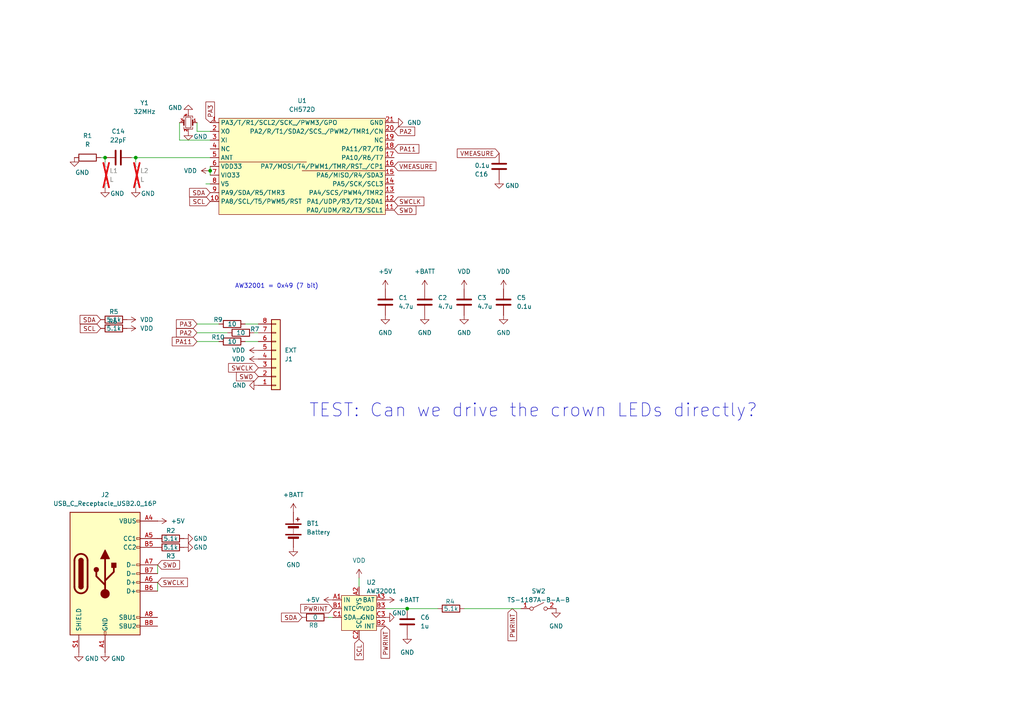
<source format=kicad_sch>
(kicad_sch (version 20250114) (generator "eeschema") (generator_version "9.0")
  (paper "A4")
  (lib_symbols
    (symbol "Connector:USB_C_Receptacle_USB2.0_16P" (pin_names (offset 1.016))
      (property "Reference" "J" (at 0 22.225 0))
      (property "Value" "USB_C_Receptacle_USB2.0_16P" (at 0 19.685 0))
      (symbol "USB_C_Receptacle_USB2.0_16P_0_0"
        (rectangle (start -0.254 -17.78) (end 0.254 -16.764))
        (rectangle (start 10.16 15.494) (end 9.144 14.986))
        (rectangle (start 10.16 10.414) (end 9.144 9.906))
        (rectangle (start 10.16 7.874) (end 9.144 7.366))
        (rectangle (start 10.16 2.794) (end 9.144 2.286))
        (rectangle (start 10.16 0.254) (end 9.144 -0.254))
        (rectangle (start 10.16 -2.286) (end 9.144 -2.794))
        (rectangle (start 10.16 -4.826) (end 9.144 -5.334))
        (rectangle (start 10.16 -12.446) (end 9.144 -12.954))
        (rectangle (start 10.16 -14.986) (end 9.144 -15.494))
      )
      (symbol "USB_C_Receptacle_USB2.0_16P_0_1"
        (rectangle (start -10.16 17.78) (end 10.16 -17.78) (stroke (width 0.254)) (fill (type background)))
        (polyline (pts (xy -8.89 -3.81) (xy -8.89 3.81)) (stroke (width 0.508)))
        (rectangle (start -7.62 -3.81) (end -6.35 3.81) (stroke (width 0.254)) (fill (type outline)))
        (arc (start -7.62 3.81) (mid -6.985 4.4423) (end -6.35 3.81) (stroke (width 0.254)))
        (arc (start -7.62 3.81) (mid -6.985 4.4423) (end -6.35 3.81) (stroke (width 0.254)) (fill (type outline)))
        (arc (start -8.89 3.81) (mid -6.985 5.7067) (end -5.08 3.81) (stroke (width 0.508)))
        (arc (start -5.08 -3.81) (mid -6.985 -5.7067) (end -8.89 -3.81) (stroke (width 0.508)))
        (arc (start -6.35 -3.81) (mid -6.985 -4.4423) (end -7.62 -3.81) (stroke (width 0.254)))
        (arc (start -6.35 -3.81) (mid -6.985 -4.4423) (end -7.62 -3.81) (stroke (width 0.254)) (fill (type outline)))
        (polyline (pts (xy -5.08 3.81) (xy -5.08 -3.81)) (stroke (width 0.508)))
        (circle (center -2.54 1.143) (radius 0.635) (stroke (width 0.254)) (fill (type outline)))
        (polyline (pts (xy -1.27 4.318) (xy 0 6.858) (xy 1.27 4.318) (xy -1.27 4.318)) (stroke (width 0.254)) (fill (type outline)))
        (polyline (pts (xy 0 -2.032) (xy 2.54 0.508) (xy 2.54 1.778)) (stroke (width 0.508)))
        (polyline (pts (xy 0 -3.302) (xy -2.54 -0.762) (xy -2.54 0.508)) (stroke (width 0.508)))
        (polyline (pts (xy 0 -5.842) (xy 0 4.318)) (stroke (width 0.508)))
        (circle (center 0 -5.842) (radius 1.27) (fill (type outline)))
        (rectangle (start 1.905 1.778) (end 3.175 3.048) (stroke (width 0.254)) (fill (type outline)))
      )
      (symbol "USB_C_Receptacle_USB2.0_16P_1_1"
        (pin passive line (at -7.62 -22.86 90) (length 5.08) (name "SHIELD") (number "S1"))
        (pin passive line (at 0 -22.86 90) (length 5.08) (name "GND") (number "A1"))
        (pin passive line (at 0 -22.86 90) (length 5.08) (hide yes) (name "GND") (number "A12"))
        (pin passive line (at 0 -22.86 90) (length 5.08) (hide yes) (name "GND") (number "B1"))
        (pin passive line (at 0 -22.86 90) (length 5.08) (hide yes) (name "GND") (number "B12"))
        (pin passive line (at 15.24 15.24 180) (length 5.08) (name "VBUS") (number "A4"))
        (pin passive line (at 15.24 15.24 180) (length 5.08) (hide yes) (name "VBUS") (number "A9"))
        (pin passive line (at 15.24 15.24 180) (length 5.08) (hide yes) (name "VBUS") (number "B4"))
        (pin passive line (at 15.24 15.24 180) (length 5.08) (hide yes) (name "VBUS") (number "B9"))
        (pin bidirectional line (at 15.24 10.16 180) (length 5.08) (name "CC1") (number "A5"))
        (pin bidirectional line (at 15.24 7.62 180) (length 5.08) (name "CC2") (number "B5"))
        (pin bidirectional line (at 15.24 2.54 180) (length 5.08) (name "D-") (number "A7"))
        (pin bidirectional line (at 15.24 0 180) (length 5.08) (name "D-") (number "B7"))
        (pin bidirectional line (at 15.24 -2.54 180) (length 5.08) (name "D+") (number "A6"))
        (pin bidirectional line (at 15.24 -5.08 180) (length 5.08) (name "D+") (number "B6"))
        (pin bidirectional line (at 15.24 -12.7 180) (length 5.08) (name "SBU1") (number "A8"))
        (pin bidirectional line (at 15.24 -15.24 180) (length 5.08) (name "SBU2") (number "B8"))
      )
    )
    (symbol "Connector_Generic:Conn_01x08" (pin_names (offset 1.016) (hide yes))
      (property "Reference" "J" (at 0 10.16 0))
      (property "Value" "Conn_01x08" (at 0 -12.7 0))
      (symbol "Conn_01x08_1_1"
        (rectangle (start -1.27 8.89) (end 1.27 -11.43) (stroke (width 0.254)) (fill (type background)))
        (rectangle (start -1.27 7.747) (end 0 7.493) (stroke (width 0.1524)))
        (rectangle (start -1.27 5.207) (end 0 4.953) (stroke (width 0.1524)))
        (rectangle (start -1.27 2.667) (end 0 2.413) (stroke (width 0.1524)))
        (rectangle (start -1.27 0.127) (end 0 -0.127) (stroke (width 0.1524)))
        (rectangle (start -1.27 -2.413) (end 0 -2.667) (stroke (width 0.1524)))
        (rectangle (start -1.27 -4.953) (end 0 -5.207) (stroke (width 0.1524)))
        (rectangle (start -1.27 -7.493) (end 0 -7.747) (stroke (width 0.1524)))
        (rectangle (start -1.27 -10.033) (end 0 -10.287) (stroke (width 0.1524)))
        (pin passive line (at -5.08 7.62 0) (length 3.81) (name "Pin_1") (number "1"))
        (pin passive line (at -5.08 5.08 0) (length 3.81) (name "Pin_2") (number "2"))
        (pin passive line (at -5.08 2.54 0) (length 3.81) (name "Pin_3") (number "3"))
        (pin passive line (at -5.08 0 0) (length 3.81) (name "Pin_4") (number "4"))
        (pin passive line (at -5.08 -2.54 0) (length 3.81) (name "Pin_5") (number "5"))
        (pin passive line (at -5.08 -5.08 0) (length 3.81) (name "Pin_6") (number "6"))
        (pin passive line (at -5.08 -7.62 0) (length 3.81) (name "Pin_7") (number "7"))
        (pin passive line (at -5.08 -10.16 0) (length 3.81) (name "Pin_8") (number "8"))
      )
    )
    (symbol "Device:Battery" (pin_numbers (hide yes)) (pin_names (offset 0) (hide yes))
      (property "Reference" "BT" (at 2.54 2.54 0))
      (property "Value" "Battery" (at 2.54 0 0))
      (symbol "Battery_0_1"
        (rectangle (start -2.286 1.778) (end 2.286 1.524) (fill (type outline)))
        (rectangle (start -2.286 -1.27) (end 2.286 -1.524) (fill (type outline)))
        (rectangle (start -1.524 1.016) (end 1.524 0.508) (fill (type outline)))
        (rectangle (start -1.524 -2.032) (end 1.524 -2.54) (fill (type outline)))
        (polyline (pts (xy 0 1.778) (xy 0 2.54)))
        (polyline (pts (xy 0 0) (xy 0 0.254)))
        (polyline (pts (xy 0 -0.508) (xy 0 -0.254)))
        (polyline (pts (xy 0 -1.016) (xy 0 -0.762)))
        (polyline (pts (xy 0.762 3.048) (xy 1.778 3.048)) (stroke (width 0.254)))
        (polyline (pts (xy 1.27 3.556) (xy 1.27 2.54)) (stroke (width 0.254)))
      )
      (symbol "Battery_1_1"
        (pin passive line (at 0 5.08 270) (length 2.54) (name "+") (number "1"))
        (pin passive line (at 0 -5.08 90) (length 2.54) (name "-") (number "2"))
      )
    )
    (symbol "Device:C" (pin_numbers (hide yes)) (pin_names (offset 0.254))
      (property "Reference" "C" (at 0.635 2.54 0))
      (property "Value" "C" (at 0.635 -2.54 0))
      (symbol "C_0_1"
        (polyline (pts (xy -2.032 0.762) (xy 2.032 0.762)) (stroke (width 0.508)))
        (polyline (pts (xy -2.032 -0.762) (xy 2.032 -0.762)) (stroke (width 0.508)))
      )
      (symbol "C_1_1"
        (pin passive line (at 0 3.81 270) (length 2.794) (name "~") (number "1"))
        (pin passive line (at 0 -3.81 90) (length 2.794) (name "~") (number "2"))
      )
    )
    (symbol "Device:Crystal_GND24_Small" (pin_names (offset 1.016) (hide yes))
      (property "Reference" "Y" (at 1.27 4.445 0))
      (property "Value" "Crystal_GND24_Small" (at 1.27 2.54 0))
      (symbol "Crystal_GND24_Small_0_1"
        (polyline (pts (xy -1.27 1.27) (xy -1.27 1.905) (xy 1.27 1.905) (xy 1.27 1.27)))
        (polyline (pts (xy -1.27 -0.762) (xy -1.27 0.762)) (stroke (width 0.381)))
        (polyline (pts (xy -1.27 -1.27) (xy -1.27 -1.905) (xy 1.27 -1.905) (xy 1.27 -1.27)))
        (rectangle (start -0.762 -1.524) (end 0.762 1.524))
        (polyline (pts (xy 1.27 -0.762) (xy 1.27 0.762)) (stroke (width 0.381)))
      )
      (symbol "Crystal_GND24_Small_1_1"
        (pin passive line (at -2.54 0 0) (length 1.27) (name "1") (number "1"))
        (pin passive line (at 0 2.54 270) (length 0.635) (name "4") (number "4"))
        (pin passive line (at 0 -2.54 90) (length 0.635) (name "2") (number "2"))
        (pin passive line (at 2.54 0 180) (length 1.27) (name "3") (number "3"))
      )
    )
    (symbol "Device:L" (pin_numbers (hide yes)) (pin_names (offset 1.016) (hide yes))
      (property "Reference" "L" (at -1.27 0 90))
      (property "Value" "L" (at 1.905 0 90))
      (symbol "L_0_1"
        (arc (start 0 2.54) (mid 0.6323 1.905) (end 0 1.27))
        (arc (start 0 1.27) (mid 0.6323 0.635) (end 0 0))
        (arc (start 0 0) (mid 0.6323 -0.635) (end 0 -1.27))
        (arc (start 0 -1.27) (mid 0.6323 -1.905) (end 0 -2.54))
      )
      (symbol "L_1_1"
        (pin passive line (at 0 3.81 270) (length 1.27) (name "1") (number "1"))
        (pin passive line (at 0 -3.81 90) (length 1.27) (name "2") (number "2"))
      )
    )
    (symbol "Device:R" (pin_numbers (hide yes)) (pin_names (offset 0))
      (property "Reference" "R" (at 2.032 0 90))
      (property "Value" "R" (at 0 0 90))
      (symbol "R_0_1"
        (rectangle (start -1.016 -2.54) (end 1.016 2.54) (stroke (width 0.254)))
      )
      (symbol "R_1_1"
        (pin passive line (at 0 3.81 270) (length 1.27) (name "~") (number "1"))
        (pin passive line (at 0 -3.81 90) (length 1.27) (name "~") (number "2"))
      )
    )
    (symbol "Switch:SW_SPST" (pin_names (offset 0) (hide yes))
      (property "Reference" "SW" (at 0 3.175 0))
      (property "Value" "SW_SPST" (at 0 -2.54 0))
      (symbol "SW_SPST_0_0"
        (circle (center -2.032 0) (radius 0.508))
        (polyline (pts (xy -1.524 0.254) (xy 1.524 1.778)))
        (circle (center 2.032 0) (radius 0.508))
      )
      (symbol "SW_SPST_1_1"
        (pin passive line (at -5.08 0 0) (length 2.54) (name "A") (number "1"))
        (pin passive line (at 5.08 0 180) (length 2.54) (name "B") (number "2"))
      )
    )
    (symbol "cnhardware:AW32001E-BMS"
      (property "Reference" "U" (at -3.302 -5.08 0))
      (symbol "AW32001E-BMS_1_1"
        (rectangle (start -5.08 3.81) (end 5.08 -6.35) (fill (type background)))
        (pin bidirectional line (at -7.62 2.54 0) (length 2.54) (name "IN") (number "A1"))
        (pin bidirectional line (at -7.62 0 0) (length 2.54) (name "NTC") (number "B1"))
        (pin bidirectional line (at -7.62 -2.54 0) (length 2.54) (name "SDA") (number "C1"))
        (pin bidirectional line (at 0 6.35 270) (length 2.54) (name "SYS") (number "A2"))
        (pin bidirectional line (at 0 -8.89 90) (length 2.54) (name "SCL") (number "C2"))
        (pin bidirectional line (at 7.62 2.54 180) (length 2.54) (name "BAT") (number "A3"))
        (pin bidirectional line (at 7.62 0 180) (length 2.54) (name "VDD") (number "B3"))
        (pin bidirectional line (at 7.62 -2.54 180) (length 2.54) (name "GND") (number "C3"))
        (pin bidirectional line (at 7.62 -5.08 180) (length 2.54) (name "INT") (number "B2"))
      )
    )
    (symbol "cnhardware:CH570D"
      (property "Reference" "U" (at -2.286 -0.508 0))
      (property "Value" "CH570D" (at -4.318 -4.572 0))
      (symbol "CH570D_0_1"
        (rectangle (start -24.13 -1.27) (end 1.27 -1.27))
        (rectangle (start 24.13 -3.81) (end 0 -3.81))
      )
      (symbol "CH570D_1_1"
        (rectangle (start -24.13 11.43) (end 24.13 -16.51) (fill (type background)))
        (pin bidirectional line (at -26.67 10.16 0) (length 2.54) (name "PA3/T/R1/SCL2/SCK_/PWM3/GPO") (number "1"))
        (pin bidirectional line (at -26.67 7.62 0) (length 2.54) (name "XO") (number "2"))
        (pin bidirectional line (at -26.67 5.08 0) (length 2.54) (name "XI") (number "3"))
        (pin bidirectional line (at -26.67 2.54 0) (length 2.54) (name "NC") (number "4"))
        (pin bidirectional line (at -26.67 0 0) (length 2.54) (name "ANT") (number "5"))
        (pin bidirectional line (at -26.67 -2.54 0) (length 2.54) (name "VDD33") (number "6"))
        (pin bidirectional line (at -26.67 -5.08 0) (length 2.54) (name "VIO33") (number "7"))
        (pin bidirectional line (at -26.67 -7.62 0) (length 2.54) (name "V5") (number "8"))
        (pin bidirectional line (at -26.67 -10.16 0) (length 2.54) (name "PA9/SDA/R5/TMR3") (number "9"))
        (pin bidirectional line (at -26.67 -12.7 0) (length 2.54) (name "PA8/SCL/T5/PWM5/RST") (number "10"))
        (pin bidirectional line (at 26.67 10.16 180) (length 2.54) (name "GND") (number "21"))
        (pin bidirectional line (at 26.67 7.62 180) (length 2.54) (name "PA2/R/T1/SDA2/SCS_/PWM2/TMR1/CN") (number "20"))
        (pin bidirectional line (at 26.67 5.08 180) (length 2.54) (name "NC") (number "19"))
        (pin bidirectional line (at 26.67 2.54 180) (length 2.54) (name "PA11/R7/T6") (number "18"))
        (pin bidirectional line (at 26.67 0 180) (length 2.54) (name "PA10/R6/T7") (number "17"))
        (pin bidirectional line (at 26.67 -2.54 180) (length 2.54) (name "PA7/MOSI/T4/PWM1/TMR/RST_/CP1") (number "16"))
        (pin bidirectional line (at 26.67 -5.08 180) (length 2.54) (name "PA6/MISO/R4/SDA3") (number "15"))
        (pin bidirectional line (at 26.67 -7.62 180) (length 2.54) (name "PA5/SCK/SCL3") (number "14"))
        (pin bidirectional line (at 26.67 -10.16 180) (length 2.54) (name "PA4/SCS/PWM4/TMR2") (number "13"))
        (pin bidirectional line (at 26.67 -12.7 180) (length 2.54) (name "PA1/UDP/R3/T2/SDA1") (number "12"))
        (pin bidirectional line (at 26.67 -15.24 180) (length 2.54) (name "PA0/UDM/R2/T3/SCL1") (number "11"))
      )
    )
    (symbol "power:+5V" (power) (pin_numbers (hide yes)) (pin_names (offset 0) (hide yes))
      (property "Value" "+5V" (at 0 3.556 0))
      (symbol "+5V_0_1"
        (polyline (pts (xy -0.762 1.27) (xy 0 2.54)))
        (polyline (pts (xy 0 2.54) (xy 0.762 1.27)))
        (polyline (pts (xy 0 0) (xy 0 2.54)))
      )
      (symbol "+5V_1_1"
        (pin power_in line (at 0 0 90) (length 0) (name "~") (number "1"))
      )
    )
    (symbol "power:+BATT" (power) (pin_numbers (hide yes)) (pin_names (offset 0) (hide yes))
      (property "Value" "+BATT" (at 0 3.556 0))
      (symbol "+BATT_0_1"
        (polyline (pts (xy -0.762 1.27) (xy 0 2.54)))
        (polyline (pts (xy 0 2.54) (xy 0.762 1.27)))
        (polyline (pts (xy 0 0) (xy 0 2.54)))
      )
      (symbol "+BATT_1_1"
        (pin power_in line (at 0 0 90) (length 0) (name "~") (number "1"))
      )
    )
    (symbol "power:GND" (power) (pin_numbers (hide yes)) (pin_names (offset 0) (hide yes))
      (property "Value" "GND" (at 0 -3.81 0))
      (symbol "GND_0_1"
        (polyline (pts (xy 0 0) (xy 0 -1.27) (xy 1.27 -1.27) (xy 0 -2.54) (xy -1.27 -1.27) (xy 0 -1.27)))
      )
      (symbol "GND_1_1"
        (pin power_in line (at 0 0 270) (length 0) (name "~") (number "1"))
      )
    )
    (symbol "power:VDD" (power) (pin_names (offset 0))
      (property "Value" "VDD" (at 0 3.81 0))
      (symbol "VDD_0_1"
        (polyline (pts (xy -0.762 1.27) (xy 0 2.54)))
        (polyline (pts (xy 0 2.54) (xy 0.762 1.27)))
        (polyline (pts (xy 0 0) (xy 0 2.54)))
      )
      (symbol "VDD_1_1"
        (pin power_in line (at 0 0 90) (length 0) (hide yes) (name "VDD") (number "1"))
      )
    )
  )
  (text "AW32001 = 0x49 (7 bit)" (at 80.264 83.058 0) (effects (font (size 1.27 1.27))))
  (text "TEST: Can we drive the crown LEDs directly?" (at 154.686 119.126 0) (effects (font (size 3.81 3.81))))
  (junction (at 39.37 45.72))
  (junction (at 30.48 45.72))
  (junction (at 118.11 176.53))
  (junction (at 60.96 49.53))
  (wire (pts (xy 45.72 163.83) (xy 45.72 166.37)))
  (wire (pts (xy 104.14 167.64) (xy 104.14 170.18)))
  (wire (pts (xy 95.25 179.07) (xy 96.52 179.07)))
  (wire (pts (xy 39.37 46.99) (xy 39.37 45.72)))
  (wire (pts (xy 57.15 93.98) (xy 63.5 93.98)))
  (wire (pts (xy 59.69 53.34) (xy 60.96 53.34)))
  (wire (pts (xy 118.11 176.53) (xy 127 176.53)))
  (wire (pts (xy 38.1 45.72) (xy 39.37 45.72)))
  (wire (pts (xy 57.15 99.06) (xy 63.5 99.06)))
  (wire (pts (xy 134.62 176.53) (xy 151.13 176.53)))
  (wire (pts (xy 39.37 45.72) (xy 60.96 45.72)))
  (wire (pts (xy 118.11 176.53) (xy 111.76 176.53)))
  (wire (pts (xy 57.15 96.52) (xy 66.04 96.52)))
  (wire (pts (xy 60.96 49.53) (xy 60.96 50.8)))
  (wire (pts (xy 71.12 93.98) (xy 74.93 93.98)))
  (wire (pts (xy 60.96 40.64) (xy 52.07 40.64)))
  (wire (pts (xy 52.07 40.64) (xy 52.07 35.56)))
  (wire (pts (xy 57.15 35.56) (xy 57.15 38.1)))
  (wire (pts (xy 60.96 48.26) (xy 60.96 49.53)))
  (wire (pts (xy 71.12 99.06) (xy 74.93 99.06)))
  (wire (pts (xy 45.72 168.91) (xy 45.72 171.45)))
  (wire (pts (xy 57.15 38.1) (xy 60.96 38.1)))
  (wire (pts (xy 30.48 46.99) (xy 30.48 45.72)))
  (wire (pts (xy 73.66 96.52) (xy 74.93 96.52)))
  (wire (pts (xy 30.48 45.72) (xy 29.21 45.72)))
  (global_label "SWCLK" (shape input) (at 45.72 168.91 0) (property "Intersheetrefs" "${INTERSHEET_REFS}" (effects (hide yes))))
  (global_label "VMEASURE" (shape input) (at 144.78 44.45 180) (property "Intersheetrefs" "${INTERSHEET_REFS}" (effects (hide yes))))
  (global_label "SCL" (shape input) (at 29.21 95.25 180) (property "Intersheetrefs" "${INTERSHEET_REFS}" (effects (hide yes))))
  (global_label "SWD" (shape input) (at 114.3 60.96 0) (property "Intersheetrefs" "${INTERSHEET_REFS}" (effects (hide yes))))
  (global_label "PA3" (shape input) (at 57.15 93.98 180) (property "Intersheetrefs" "${INTERSHEET_REFS}" (effects (hide yes))))
  (global_label "SWD" (shape input) (at 74.93 109.22 180) (property "Intersheetrefs" "${INTERSHEET_REFS}" (effects (hide yes))))
  (global_label "SWCLK" (shape input) (at 114.3 58.42 0) (property "Intersheetrefs" "${INTERSHEET_REFS}" (effects (hide yes))))
  (global_label "PWRINT" (shape input) (at 111.76 181.61 270) (property "Intersheetrefs" "${INTERSHEET_REFS}" (effects (hide yes))))
  (global_label "SWD" (shape input) (at 45.72 163.83 0) (property "Intersheetrefs" "${INTERSHEET_REFS}" (effects (hide yes))))
  (global_label "PA11" (shape input) (at 57.15 99.06 180) (property "Intersheetrefs" "${INTERSHEET_REFS}" (effects (hide yes))))
  (global_label "PWRINT" (shape input) (at 96.52 176.53 180) (property "Intersheetrefs" "${INTERSHEET_REFS}" (effects (hide yes))))
  (global_label "PA3" (shape input) (at 60.96 35.56 90) (property "Intersheetrefs" "${INTERSHEET_REFS}" (effects (hide yes))))
  (global_label "PWRINT" (shape input) (at 148.59 176.53 270) (property "Intersheetrefs" "${INTERSHEET_REFS}" (effects (hide yes))))
  (global_label "SWCLK" (shape input) (at 74.93 106.68 180) (property "Intersheetrefs" "${INTERSHEET_REFS}" (effects (hide yes))))
  (global_label "PA2" (shape input) (at 57.15 96.52 180) (property "Intersheetrefs" "${INTERSHEET_REFS}" (effects (hide yes))))
  (global_label "SDA" (shape input) (at 87.63 179.07 180) (property "Intersheetrefs" "${INTERSHEET_REFS}" (effects (hide yes))))
  (global_label "PA2" (shape input) (at 114.3 38.1 0) (property "Intersheetrefs" "${INTERSHEET_REFS}" (effects (hide yes))))
  (global_label "SCL" (shape input) (at 104.14 185.42 270) (property "Intersheetrefs" "${INTERSHEET_REFS}" (effects (hide yes))))
  (global_label "PA11" (shape input) (at 114.3 43.18 0) (property "Intersheetrefs" "${INTERSHEET_REFS}" (effects (hide yes))))
  (global_label "SCL" (shape input) (at 60.96 58.42 180) (property "Intersheetrefs" "${INTERSHEET_REFS}" (effects (hide yes))))
  (global_label "SDA" (shape input) (at 29.21 92.71 180) (property "Intersheetrefs" "${INTERSHEET_REFS}" (effects (hide yes))))
  (global_label "VMEASURE" (shape input) (at 114.3 48.26 0) (property "Intersheetrefs" "${INTERSHEET_REFS}" (effects (hide yes))))
  (global_label "SDA" (shape input) (at 60.96 55.88 180) (property "Intersheetrefs" "${INTERSHEET_REFS}" (effects (hide yes))))
  (symbol (lib_id "cnhardware:AW32001E-BMS") (at 104.14 176.53 0) (unit 1)
    (property "Reference" "U2" (at 106.2833 168.91 0) (effects (justify left)))
    (property "Value" "AW32001" (at 106.2833 171.45 0) (effects (justify left)))
    (property "Footprint" "cnhardware:WLCSP-9-P0.5mm" (effects (hide yes)))
    (property "LCSC" "C5125890" (effects (hide yes)))
  )
  (symbol (lib_id "power:GND") (at 118.11 184.15 0) (unit 1)
    (property "Reference" "#PWR025" (effects (hide yes)))
    (property "Value" "GND" (at 118.11 189.23 0))
    (property "Description" "Power symbol creates a global label with name \"GND\" , ground" (effects (hide yes)))
  )
  (symbol (lib_id "power:GND") (at 85.09 158.75 0) (unit 1)
    (property "Reference" "#PWR02" (effects (hide yes)))
    (property "Value" "GND" (at 85.09 163.83 0))
    (property "Description" "Power symbol creates a global label with name \"GND\" , ground" (effects (hide yes)))
  )
  (symbol (lib_id "power:GND") (at 144.78 52.07 0) (mirror y) (unit 1)
    (property "Reference" "#PWR019" (effects (hide yes)))
    (property "Value" "GND" (at 150.622 53.848 0) (effects (justify left)))
  )
  (symbol (lib_id "Device:R") (at 25.4 45.72 90) (unit 1)
    (property "Reference" "R1" (at 25.4 39.37 90))
    (property "Value" "R" (at 25.4 41.91 90))
    (property "Footprint" "RF_Antenna:Texas_SWRA117D_2.4GHz_Left" (effects (hide yes)))
    (property "Description" "Resistor" (effects (hide yes)))
  )
  (symbol (lib_id "power:GND") (at 22.86 189.23 0) (mirror y) (unit 1)
    (property "Reference" "#PWR012" (effects (hide yes)))
    (property "Value" "GND" (at 28.702 191.008 0) (effects (justify left)))
  )
  (symbol (lib_id "power:VDD") (at 36.83 95.25 270) (unit 1)
    (property "Reference" "#PWR029" (effects (hide yes)))
    (property "Value" "VDD" (at 40.64 95.2499 90) (effects (justify left)))
  )
  (symbol (lib_id "power:+BATT") (at 111.76 173.99 270) (unit 1)
    (property "Reference" "#PWR037" (effects (hide yes)))
    (property "Value" "+BATT" (at 115.57 173.9899 90) (effects (justify left)))
    (property "Description" "Power symbol creates a global label with name \"+BATT\"" (effects (hide yes)))
  )
  (symbol (lib_id "Device:C") (at 118.11 180.34 0) (unit 1)
    (property "Reference" "C6" (at 121.92 179.0699 0) (effects (justify left)))
    (property "Value" "1u" (at 121.92 181.6099 0) (effects (justify left)))
    (property "Footprint" "Capacitor_SMD:C_0402_1005Metric" (effects (hide yes)))
    (property "Description" "Unpolarized capacitor" (effects (hide yes)))
    (property "LCSC" "C52923" (effects (hide yes)))
  )
  (symbol (lib_id "Device:Crystal_GND24_Small") (at 54.61 35.56 0) (mirror y) (unit 1)
    (property "Reference" "Y1" (at 41.91 29.8382 0))
    (property "Value" "32MHz" (at 41.91 32.3782 0))
    (property "Footprint" "Crystal:Crystal_SMD_2016-4Pin_2.0x1.6mm" (effects (hide yes)))
    (property "Description" "Four pin crystal, GND on pins 2 and 4, small symbol" (effects (hide yes)))
    (property "LCSC" "C7294697" (effects (hide yes)))
  )
  (symbol (lib_id "power:+BATT") (at 85.09 148.59 0) (unit 1)
    (property "Reference" "#PWR035" (effects (hide yes)))
    (property "Value" "+BATT" (at 85.09 143.51 0))
    (property "Description" "Power symbol creates a global label with name \"+BATT\"" (effects (hide yes)))
  )
  (symbol (lib_id "power:GND") (at 111.76 91.44 0) (unit 1)
    (property "Reference" "#PWR024" (effects (hide yes)))
    (property "Value" "GND" (at 111.76 96.52 0))
    (property "Description" "Power symbol creates a global label with name \"GND\" , ground" (effects (hide yes)))
  )
  (symbol (lib_id "power:+5V") (at 111.76 83.82 0) (unit 1)
    (property "Reference" "#PWR030" (effects (hide yes)))
    (property "Value" "+5V" (at 111.76 78.74 0))
    (property "Description" "Power symbol creates a global label with name \"+5V\"" (effects (hide yes)))
  )
  (symbol (lib_id "Device:R") (at 49.53 158.75 90) (unit 1)
    (property "Reference" "R3" (at 49.53 161.29 90))
    (property "Value" "5.1k" (at 49.53 158.75 90))
    (property "Footprint" "Resistor_SMD:R_0402_1005Metric" (effects (hide yes)))
    (property "Description" "Resistor" (effects (hide yes)))
    (property "LCSC" "C25905" (effects (hide yes)))
  )
  (symbol (lib_id "power:GND") (at 111.76 179.07 90) (mirror x) (unit 1)
    (property "Reference" "#PWR016" (effects (hide yes)))
    (property "Value" "GND" (at 117.856 177.8 90) (effects (justify left)))
  )
  (symbol (lib_id "Device:C") (at 146.05 87.63 0) (unit 1)
    (property "Reference" "C5" (at 149.86 86.3599 0) (effects (justify left)))
    (property "Value" "0.1u" (at 149.86 88.8999 0) (effects (justify left)))
    (property "Footprint" "Capacitor_SMD:C_0402_1005Metric" (effects (hide yes)))
    (property "Description" "Unpolarized capacitor" (effects (hide yes)))
    (property "LCSC" "C307331" (effects (hide yes)))
  )
  (symbol (lib_id "power:GND") (at 53.34 156.21 90) (mirror x) (unit 1)
    (property "Reference" "#PWR015" (effects (hide yes)))
    (property "Value" "GND" (at 60.198 156.21 90) (effects (justify left)))
  )
  (symbol (lib_id "power:+5V") (at 96.52 173.99 90) (unit 1)
    (property "Reference" "#PWR031" (effects (hide yes)))
    (property "Value" "+5V" (at 92.71 173.9899 90) (effects (justify left)))
    (property "Description" "Power symbol creates a global label with name \"+5V\"" (effects (hide yes)))
  )
  (symbol (lib_id "Device:L") (at 30.48 50.8 0) (unit 1) (in_bom no) (dnp yes)
    (property "Reference" "L1" (at 31.75 49.5299 0) (effects (justify left)))
    (property "Value" "L" (at 31.75 52.0699 0) (effects (justify left)))
    (property "Footprint" "Inductor_SMD:L_0402_1005Metric" (effects (hide yes)))
    (property "Description" "Inductor" (effects (hide yes)))
  )
  (symbol (lib_id "power:VDD") (at 74.93 101.6 90) (unit 1)
    (property "Reference" "#PWR020" (effects (hide yes)))
    (property "Value" "VDD" (at 71.12 101.5999 90) (effects (justify left)))
  )
  (symbol (lib_id "Device:R") (at 49.53 156.21 90) (unit 1)
    (property "Reference" "R2" (at 49.53 153.924 90))
    (property "Value" "5.1k" (at 49.53 156.21 90))
    (property "Footprint" "Resistor_SMD:R_0402_1005Metric" (effects (hide yes)))
    (property "Description" "Resistor" (effects (hide yes)))
    (property "LCSC" "C25905" (effects (hide yes)))
  )
  (symbol (lib_id "Connector:USB_C_Receptacle_USB2.0_16P") (at 30.48 166.37 0) (unit 1)
    (property "Reference" "J2" (at 30.48 143.51 0))
    (property "Value" "USB_C_Receptacle_USB2.0_16P" (at 30.48 146.05 0))
    (property "Footprint" "cnhardware:USB_C_MOD_Receptacle_HRO_TYPE-C-31-M-12" (effects (hide yes)))
    (property "Datasheet" "https://www.usb.org/sites/default/files/documents/usb_type-c.zip" (effects (hide yes)))
    (property "Description" "USB 2.0-only 16P Type-C Receptacle connector" (effects (hide yes)))
    (property "LCSC" "C2765186" (effects (hide yes)))
  )
  (symbol (lib_id "power:GND") (at 30.48 54.61 0) (mirror y) (unit 1)
    (property "Reference" "#PWR068" (effects (hide yes)))
    (property "Value" "GND" (at 36.068 56.134 0) (effects (justify left)))
  )
  (symbol (lib_id "power:GND") (at 30.48 189.23 0) (mirror y) (unit 1)
    (property "Reference" "#PWR013" (effects (hide yes)))
    (property "Value" "GND" (at 36.322 191.008 0) (effects (justify left)))
  )
  (symbol (lib_id "power:GND") (at 146.05 91.44 0) (unit 1)
    (property "Reference" "#PWR022" (effects (hide yes)))
    (property "Value" "GND" (at 146.05 96.52 0))
    (property "Description" "Power symbol creates a global label with name \"GND\" , ground" (effects (hide yes)))
  )
  (symbol (lib_id "Device:C") (at 34.29 45.72 90) (unit 1)
    (property "Reference" "C14" (at 34.29 38.1 90))
    (property "Value" "22pF" (at 34.29 40.64 90))
    (property "Footprint" "Capacitor_SMD:C_0402_1005Metric" (effects (hide yes)))
    (property "Description" "Unpolarized capacitor" (effects (hide yes)))
    (property "LCSC" "C1555" (effects (hide yes)))
  )
  (symbol (lib_id "Device:R") (at 69.85 96.52 270) (unit 1)
    (property "Reference" "R7" (at 73.914 95.504 90))
    (property "Value" "10" (at 69.85 96.52 90))
    (property "Footprint" "Resistor_SMD:R_0402_1005Metric" (effects (hide yes)))
    (property "Description" "Resistor" (effects (hide yes)))
    (property "LCSC" "C25077" (effects (hide yes)))
  )
  (symbol (lib_id "power:GND") (at 161.29 176.53 0) (unit 1)
    (property "Reference" "#PWR038" (effects (hide yes)))
    (property "Value" "GND" (at 161.29 181.61 0))
    (property "Description" "Power symbol creates a global label with name \"GND\" , ground" (effects (hide yes)))
  )
  (symbol (lib_id "Device:C") (at 123.19 87.63 0) (unit 1)
    (property "Reference" "C2" (at 127 86.3599 0) (effects (justify left)))
    (property "Value" "4.7u" (at 127 88.8999 0) (effects (justify left)))
    (property "Footprint" "Capacitor_SMD:C_0402_1005Metric" (effects (hide yes)))
    (property "Description" "Unpolarized capacitor" (effects (hide yes)))
    (property "LCSC" "C368809" (effects (hide yes)))
  )
  (symbol (lib_id "Device:L") (at 39.37 50.8 0) (unit 1) (in_bom no) (dnp yes)
    (property "Reference" "L2" (at 40.64 49.5299 0) (effects (justify left)))
    (property "Value" "L" (at 40.64 52.0699 0) (effects (justify left)))
    (property "Footprint" "Inductor_SMD:L_0402_1005Metric" (effects (hide yes)))
    (property "Description" "Inductor" (effects (hide yes)))
  )
  (symbol (lib_id "Device:Battery") (at 85.09 153.67 0) (unit 1)
    (property "Reference" "BT1" (at 88.9 151.8284 0) (effects (justify left)))
    (property "Value" "Battery" (at 88.9 154.3684 0) (effects (justify left)))
    (property "Footprint" "Battery:BatteryHolder_Keystone_3002_1x2032" (effects (hide yes)))
    (property "Description" "Multiple-cell battery" (effects (hide yes)))
    (property "LCSC" "C5290177" (effects (hide yes)))
  )
  (symbol (lib_id "power:GND") (at 54.61 38.1 0) (mirror y) (unit 1)
    (property "Reference" "#PWR08" (effects (hide yes)))
    (property "Value" "GND" (at 60.198 39.624 0) (effects (justify left)))
  )
  (symbol (lib_id "Connector_Generic:Conn_01x08") (at 80.01 104.14 0) (mirror x) (unit 1)
    (property "Reference" "J1" (at 82.55 104.1401 0) (effects (justify left)))
    (property "Value" "EXT" (at 82.55 101.6001 0) (effects (justify left)))
    (property "Footprint" "Connector_PinHeader_2.54mm:PinHeader_1x08_P2.54mm_Vertical" (effects (hide yes)))
    (property "Description" "Generic connector, single row, 01x08, script generated (kicad-library-utils/schlib/autogen/connector/)" (effects (hide yes)))
    (property "LCSC" "C124381" (effects (hide yes)))
  )
  (symbol (lib_id "power:GND") (at 123.19 91.44 0) (unit 1)
    (property "Reference" "#PWR023" (effects (hide yes)))
    (property "Value" "GND" (at 123.19 96.52 0))
    (property "Description" "Power symbol creates a global label with name \"GND\" , ground" (effects (hide yes)))
  )
  (symbol (lib_id "power:VDD") (at 60.96 49.53 90) (unit 1)
    (property "Reference" "#PWR03" (effects (hide yes)))
    (property "Value" "VDD" (at 57.15 49.5299 90) (effects (justify left)))
  )
  (symbol (lib_id "power:GND") (at 53.34 158.75 90) (mirror x) (unit 1)
    (property "Reference" "#PWR014" (effects (hide yes)))
    (property "Value" "GND" (at 60.198 158.75 90) (effects (justify left)))
  )
  (symbol (lib_id "power:GND") (at 39.37 54.61 0) (mirror y) (unit 1)
    (property "Reference" "#PWR067" (effects (hide yes)))
    (property "Value" "GND" (at 44.958 56.134 0) (effects (justify left)))
  )
  (symbol (lib_id "power:VDD") (at 104.14 167.64 0) (unit 1)
    (property "Reference" "#PWR07" (effects (hide yes)))
    (property "Value" "VDD" (at 104.14 162.56 0))
  )
  (symbol (lib_id "Device:R") (at 33.02 95.25 270) (unit 1)
    (property "Reference" "R6" (at 32.766 93.218 90))
    (property "Value" "5.1k" (at 33.02 95.25 90))
    (property "Footprint" "Resistor_SMD:R_0402_1005Metric" (effects (hide yes)))
    (property "Description" "Resistor" (effects (hide yes)))
    (property "LCSC" "C25905" (effects (hide yes)))
  )
  (symbol (lib_id "power:+BATT") (at 123.19 83.82 0) (unit 1)
    (property "Reference" "#PWR036" (effects (hide yes)))
    (property "Value" "+BATT" (at 123.19 78.74 0))
    (property "Description" "Power symbol creates a global label with name \"+BATT\"" (effects (hide yes)))
  )
  (symbol (lib_id "power:VDD") (at 36.83 92.71 270) (unit 1)
    (property "Reference" "#PWR028" (effects (hide yes)))
    (property "Value" "VDD" (at 40.64 92.7099 90) (effects (justify left)))
  )
  (symbol (lib_id "cnhardware:CH570D") (at 87.63 45.72 0) (unit 1)
    (property "Reference" "U1" (at 87.63 29.21 0))
    (property "Value" "CH572D" (at 87.63 31.75 0))
    (property "Footprint" "Package_DFN_QFN:QFN-20-1EP_3x3mm_P0.4mm_EP1.65x1.65mm" (effects (hide yes)))
    (property "LCSC" "C46597863" (effects (hide yes)))
  )
  (symbol (lib_id "power:GND") (at 134.62 91.44 0) (unit 1)
    (property "Reference" "#PWR018" (effects (hide yes)))
    (property "Value" "GND" (at 134.62 96.52 0))
    (property "Description" "Power symbol creates a global label with name \"GND\" , ground" (effects (hide yes)))
  )
  (symbol (lib_id "Device:R") (at 130.81 176.53 270) (unit 1)
    (property "Reference" "R4" (at 130.556 174.498 90))
    (property "Value" "5.1k" (at 130.81 176.53 90))
    (property "Footprint" "Resistor_SMD:R_0402_1005Metric" (effects (hide yes)))
    (property "Description" "Resistor" (effects (hide yes)))
    (property "LCSC" "C25905" (effects (hide yes)))
  )
  (symbol (lib_id "power:GND") (at 114.3 35.56 90) (unit 1)
    (property "Reference" "#PWR01" (effects (hide yes)))
    (property "Value" "GND" (at 118.11 35.5599 90) (effects (justify right)))
    (property "Description" "Power symbol creates a global label with name \"GND\" , ground" (effects (hide yes)))
  )
  (symbol (lib_id "power:VDD") (at 146.05 83.82 0) (unit 1)
    (property "Reference" "#PWR021" (effects (hide yes)))
    (property "Value" "VDD" (at 146.05 78.74 0))
  )
  (symbol (lib_id "power:VDD") (at 74.93 104.14 90) (unit 1)
    (property "Reference" "#PWR09" (effects (hide yes)))
    (property "Value" "VDD" (at 71.12 104.1399 90) (effects (justify left)))
  )
  (symbol (lib_id "Device:R") (at 91.44 179.07 270) (unit 1)
    (property "Reference" "R8" (at 90.932 181.356 90))
    (property "Value" "0" (at 91.44 179.07 90))
    (property "Footprint" "Resistor_SMD:R_0603_1608Metric" (effects (hide yes)))
    (property "Description" "Resistor" (effects (hide yes)))
    (property "LCSC" "C21189" (effects (hide yes)))
  )
  (symbol (lib_id "Device:R") (at 33.02 92.71 90) (unit 1)
    (property "Reference" "R5" (at 33.02 90.424 90))
    (property "Value" "5.1k" (at 33.02 92.71 90))
    (property "Footprint" "Resistor_SMD:R_0402_1005Metric" (effects (hide yes)))
    (property "Description" "Resistor" (effects (hide yes)))
    (property "LCSC" "C25905" (effects (hide yes)))
  )
  (symbol (lib_id "power:GND") (at 74.93 111.76 270) (unit 1)
    (property "Reference" "#PWR010" (effects (hide yes)))
    (property "Value" "GND" (at 67.31 111.76 90) (effects (justify left)))
  )
  (symbol (lib_id "power:+5V") (at 45.72 151.13 270) (unit 1)
    (property "Reference" "#PWR05" (effects (hide yes)))
    (property "Value" "+5V" (at 49.53 151.1299 90) (effects (justify left)))
    (property "Description" "Power symbol creates a global label with name \"+5V\"" (effects (hide yes)))
  )
  (symbol (lib_id "power:VDD") (at 134.62 83.82 0) (unit 1)
    (property "Reference" "#PWR017" (effects (hide yes)))
    (property "Value" "VDD" (at 134.62 78.74 0))
  )
  (symbol (lib_id "Device:C") (at 144.78 48.26 0) (unit 1)
    (property "Reference" "C16" (at 137.668 50.546 0) (effects (justify left)))
    (property "Value" "0.1u" (at 137.668 48.006 0) (effects (justify left)))
    (property "Footprint" "Capacitor_SMD:C_0402_1005Metric" (effects (hide yes)))
    (property "Description" "Unpolarized capacitor" (effects (hide yes)))
    (property "LCSC" "C307331" (effects (hide yes)))
  )
  (symbol (lib_id "power:GND") (at 54.61 33.02 0) (mirror x) (unit 1)
    (property "Reference" "#PWR011" (effects (hide yes)))
    (property "Value" "GND" (at 48.768 31.242 0) (effects (justify left)))
  )
  (symbol (lib_id "Switch:SW_SPST") (at 156.21 176.53 0) (unit 1)
    (property "Reference" "SW2" (at 156.21 171.45 0))
    (property "Value" "TS-1187A-B-A-B" (at 156.21 173.99 0))
    (property "Footprint" "Button_Switch_SMD:SW_SPST_TL3342" (effects (hide yes)))
    (property "LCSC" "C318884" (effects (hide yes)))
  )
  (symbol (lib_id "Device:R") (at 67.31 99.06 270) (unit 1)
    (property "Reference" "R10" (at 63.246 97.79 90))
    (property "Value" "10" (at 67.31 99.06 90))
    (property "Footprint" "Resistor_SMD:R_0402_1005Metric" (effects (hide yes)))
    (property "Description" "Resistor" (effects (hide yes)))
    (property "LCSC" "C25077" (effects (hide yes)))
  )
  (symbol (lib_id "Device:R") (at 67.31 93.98 270) (unit 1)
    (property "Reference" "R9" (at 63.246 92.71 90))
    (property "Value" "10" (at 67.31 93.98 90))
    (property "Footprint" "Resistor_SMD:R_0402_1005Metric" (effects (hide yes)))
    (property "Description" "Resistor" (effects (hide yes)))
    (property "LCSC" "C25077" (effects (hide yes)))
  )
  (symbol (lib_id "Device:C") (at 134.62 87.63 0) (unit 1)
    (property "Reference" "C3" (at 138.43 86.3599 0) (effects (justify left)))
    (property "Value" "4.7u" (at 138.43 88.8999 0) (effects (justify left)))
    (property "Footprint" "Capacitor_SMD:C_0402_1005Metric" (effects (hide yes)))
    (property "Description" "Unpolarized capacitor" (effects (hide yes)))
    (property "LCSC" "C368809" (effects (hide yes)))
  )
  (symbol (lib_id "power:GND") (at 21.59 45.72 0) (mirror y) (unit 1)
    (property "Reference" "#PWR04" (effects (hide yes)))
    (property "Value" "GND" (at 25.908 50.038 0) (effects (justify left)))
  )
  (symbol (lib_id "Device:C") (at 111.76 87.63 0) (unit 1)
    (property "Reference" "C1" (at 115.57 86.3599 0) (effects (justify left)))
    (property "Value" "4.7u" (at 115.57 88.8999 0) (effects (justify left)))
    (property "Footprint" "Capacitor_SMD:C_0402_1005Metric" (effects (hide yes)))
    (property "Description" "Unpolarized capacitor" (effects (hide yes)))
    (property "LCSC" "C368809" (effects (hide yes)))
  )
)
</source>
